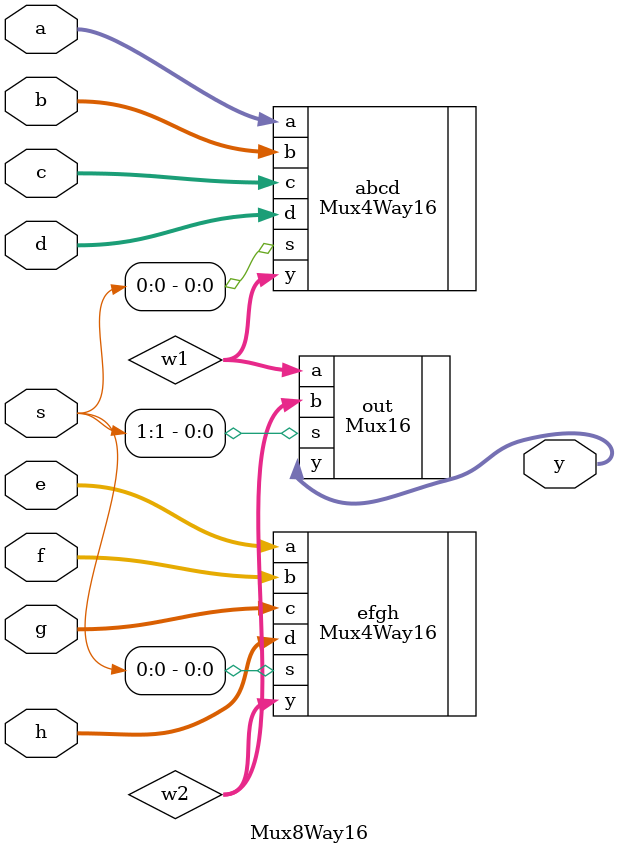
<source format=v>
module Mux8Way16(
input [15:0]a,
input [15:0]b,
input [15:0]c,
input [15:0]d,
input [15:0]e,
input [15:0]f,
input [15:0]g,
input [15:0]h,
input [1:0]s,
output [15:0]y
);

wire [15:0]w1;
wire [15:0]w2;

Mux4Way16 abcd(
.a(a),
.b(b),
.c(c),
.d(d),
.s(s[0]),
.y(w1)
);

Mux4Way16 efgh(
.a(e),
.b(f),
.c(g),
.d(h),
.s(s[0]),
.y(w2)
);

Mux16 out(
.a(w1),
.b(w2),
.s(s[1]),
.y(y)
);

endmodule 
</source>
